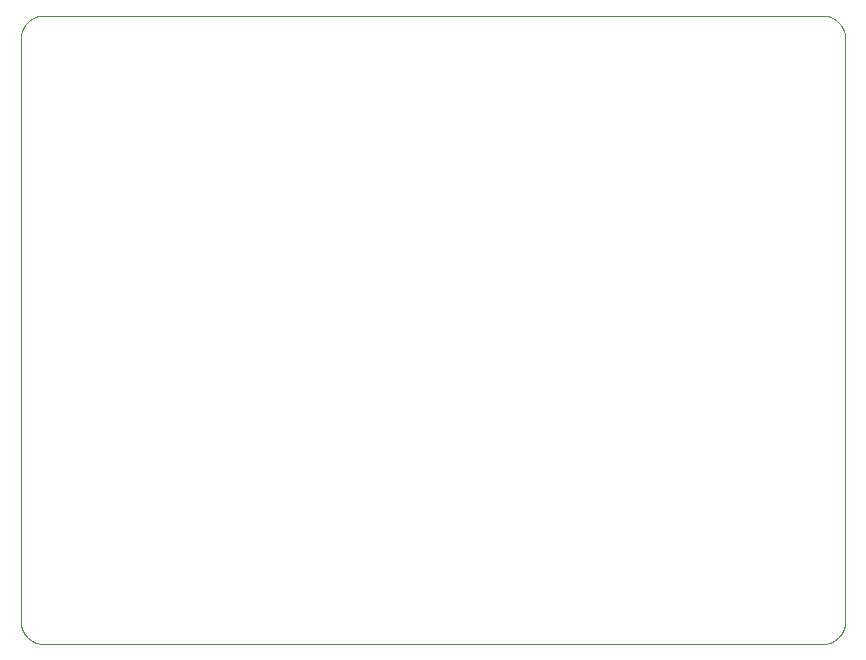
<source format=gko>
G75*
%MOIN*%
%OFA0B0*%
%FSLAX25Y25*%
%IPPOS*%
%LPD*%
%AMOC8*
5,1,8,0,0,1.08239X$1,22.5*
%
%ADD10C,0.00000*%
D10*
X0012874Y0005200D02*
X0272047Y0005200D01*
X0272237Y0005202D01*
X0272427Y0005209D01*
X0272617Y0005221D01*
X0272807Y0005237D01*
X0272996Y0005257D01*
X0273185Y0005283D01*
X0273373Y0005312D01*
X0273560Y0005347D01*
X0273746Y0005386D01*
X0273931Y0005429D01*
X0274116Y0005477D01*
X0274299Y0005529D01*
X0274480Y0005585D01*
X0274660Y0005646D01*
X0274839Y0005712D01*
X0275016Y0005781D01*
X0275192Y0005855D01*
X0275365Y0005933D01*
X0275537Y0006016D01*
X0275706Y0006102D01*
X0275874Y0006192D01*
X0276039Y0006287D01*
X0276202Y0006385D01*
X0276362Y0006488D01*
X0276520Y0006594D01*
X0276675Y0006704D01*
X0276828Y0006817D01*
X0276978Y0006935D01*
X0277124Y0007056D01*
X0277268Y0007180D01*
X0277409Y0007308D01*
X0277547Y0007439D01*
X0277682Y0007574D01*
X0277813Y0007712D01*
X0277941Y0007853D01*
X0278065Y0007997D01*
X0278186Y0008143D01*
X0278304Y0008293D01*
X0278417Y0008446D01*
X0278527Y0008601D01*
X0278633Y0008759D01*
X0278736Y0008919D01*
X0278834Y0009082D01*
X0278929Y0009247D01*
X0279019Y0009415D01*
X0279105Y0009584D01*
X0279188Y0009756D01*
X0279266Y0009929D01*
X0279340Y0010105D01*
X0279409Y0010282D01*
X0279475Y0010461D01*
X0279536Y0010641D01*
X0279592Y0010822D01*
X0279644Y0011005D01*
X0279692Y0011190D01*
X0279735Y0011375D01*
X0279774Y0011561D01*
X0279809Y0011748D01*
X0279838Y0011936D01*
X0279864Y0012125D01*
X0279884Y0012314D01*
X0279900Y0012504D01*
X0279912Y0012694D01*
X0279919Y0012884D01*
X0279921Y0013074D01*
X0279921Y0206913D01*
X0279919Y0207103D01*
X0279912Y0207293D01*
X0279900Y0207483D01*
X0279884Y0207673D01*
X0279864Y0207862D01*
X0279838Y0208051D01*
X0279809Y0208239D01*
X0279774Y0208426D01*
X0279735Y0208612D01*
X0279692Y0208797D01*
X0279644Y0208982D01*
X0279592Y0209165D01*
X0279536Y0209346D01*
X0279475Y0209526D01*
X0279409Y0209705D01*
X0279340Y0209882D01*
X0279266Y0210058D01*
X0279188Y0210231D01*
X0279105Y0210403D01*
X0279019Y0210572D01*
X0278929Y0210740D01*
X0278834Y0210905D01*
X0278736Y0211068D01*
X0278633Y0211228D01*
X0278527Y0211386D01*
X0278417Y0211541D01*
X0278304Y0211694D01*
X0278186Y0211844D01*
X0278065Y0211990D01*
X0277941Y0212134D01*
X0277813Y0212275D01*
X0277682Y0212413D01*
X0277547Y0212548D01*
X0277409Y0212679D01*
X0277268Y0212807D01*
X0277124Y0212931D01*
X0276978Y0213052D01*
X0276828Y0213170D01*
X0276675Y0213283D01*
X0276520Y0213393D01*
X0276362Y0213499D01*
X0276202Y0213602D01*
X0276039Y0213700D01*
X0275874Y0213795D01*
X0275706Y0213885D01*
X0275537Y0213971D01*
X0275365Y0214054D01*
X0275192Y0214132D01*
X0275016Y0214206D01*
X0274839Y0214275D01*
X0274660Y0214341D01*
X0274480Y0214402D01*
X0274299Y0214458D01*
X0274116Y0214510D01*
X0273931Y0214558D01*
X0273746Y0214601D01*
X0273560Y0214640D01*
X0273373Y0214675D01*
X0273185Y0214704D01*
X0272996Y0214730D01*
X0272807Y0214750D01*
X0272617Y0214766D01*
X0272427Y0214778D01*
X0272237Y0214785D01*
X0272047Y0214787D01*
X0012874Y0214787D01*
X0012684Y0214785D01*
X0012494Y0214778D01*
X0012304Y0214766D01*
X0012114Y0214750D01*
X0011925Y0214730D01*
X0011736Y0214704D01*
X0011548Y0214675D01*
X0011361Y0214640D01*
X0011175Y0214601D01*
X0010990Y0214558D01*
X0010805Y0214510D01*
X0010622Y0214458D01*
X0010441Y0214402D01*
X0010261Y0214341D01*
X0010082Y0214275D01*
X0009905Y0214206D01*
X0009729Y0214132D01*
X0009556Y0214054D01*
X0009384Y0213971D01*
X0009215Y0213885D01*
X0009047Y0213795D01*
X0008882Y0213700D01*
X0008719Y0213602D01*
X0008559Y0213499D01*
X0008401Y0213393D01*
X0008246Y0213283D01*
X0008093Y0213170D01*
X0007943Y0213052D01*
X0007797Y0212931D01*
X0007653Y0212807D01*
X0007512Y0212679D01*
X0007374Y0212548D01*
X0007239Y0212413D01*
X0007108Y0212275D01*
X0006980Y0212134D01*
X0006856Y0211990D01*
X0006735Y0211844D01*
X0006617Y0211694D01*
X0006504Y0211541D01*
X0006394Y0211386D01*
X0006288Y0211228D01*
X0006185Y0211068D01*
X0006087Y0210905D01*
X0005992Y0210740D01*
X0005902Y0210572D01*
X0005816Y0210403D01*
X0005733Y0210231D01*
X0005655Y0210058D01*
X0005581Y0209882D01*
X0005512Y0209705D01*
X0005446Y0209526D01*
X0005385Y0209346D01*
X0005329Y0209165D01*
X0005277Y0208982D01*
X0005229Y0208797D01*
X0005186Y0208612D01*
X0005147Y0208426D01*
X0005112Y0208239D01*
X0005083Y0208051D01*
X0005057Y0207862D01*
X0005037Y0207673D01*
X0005021Y0207483D01*
X0005009Y0207293D01*
X0005002Y0207103D01*
X0005000Y0206913D01*
X0005000Y0013074D01*
X0005002Y0012884D01*
X0005009Y0012694D01*
X0005021Y0012504D01*
X0005037Y0012314D01*
X0005057Y0012125D01*
X0005083Y0011936D01*
X0005112Y0011748D01*
X0005147Y0011561D01*
X0005186Y0011375D01*
X0005229Y0011190D01*
X0005277Y0011005D01*
X0005329Y0010822D01*
X0005385Y0010641D01*
X0005446Y0010461D01*
X0005512Y0010282D01*
X0005581Y0010105D01*
X0005655Y0009929D01*
X0005733Y0009756D01*
X0005816Y0009584D01*
X0005902Y0009415D01*
X0005992Y0009247D01*
X0006087Y0009082D01*
X0006185Y0008919D01*
X0006288Y0008759D01*
X0006394Y0008601D01*
X0006504Y0008446D01*
X0006617Y0008293D01*
X0006735Y0008143D01*
X0006856Y0007997D01*
X0006980Y0007853D01*
X0007108Y0007712D01*
X0007239Y0007574D01*
X0007374Y0007439D01*
X0007512Y0007308D01*
X0007653Y0007180D01*
X0007797Y0007056D01*
X0007943Y0006935D01*
X0008093Y0006817D01*
X0008246Y0006704D01*
X0008401Y0006594D01*
X0008559Y0006488D01*
X0008719Y0006385D01*
X0008882Y0006287D01*
X0009047Y0006192D01*
X0009215Y0006102D01*
X0009384Y0006016D01*
X0009556Y0005933D01*
X0009729Y0005855D01*
X0009905Y0005781D01*
X0010082Y0005712D01*
X0010261Y0005646D01*
X0010441Y0005585D01*
X0010622Y0005529D01*
X0010805Y0005477D01*
X0010990Y0005429D01*
X0011175Y0005386D01*
X0011361Y0005347D01*
X0011548Y0005312D01*
X0011736Y0005283D01*
X0011925Y0005257D01*
X0012114Y0005237D01*
X0012304Y0005221D01*
X0012494Y0005209D01*
X0012684Y0005202D01*
X0012874Y0005200D01*
M02*

</source>
